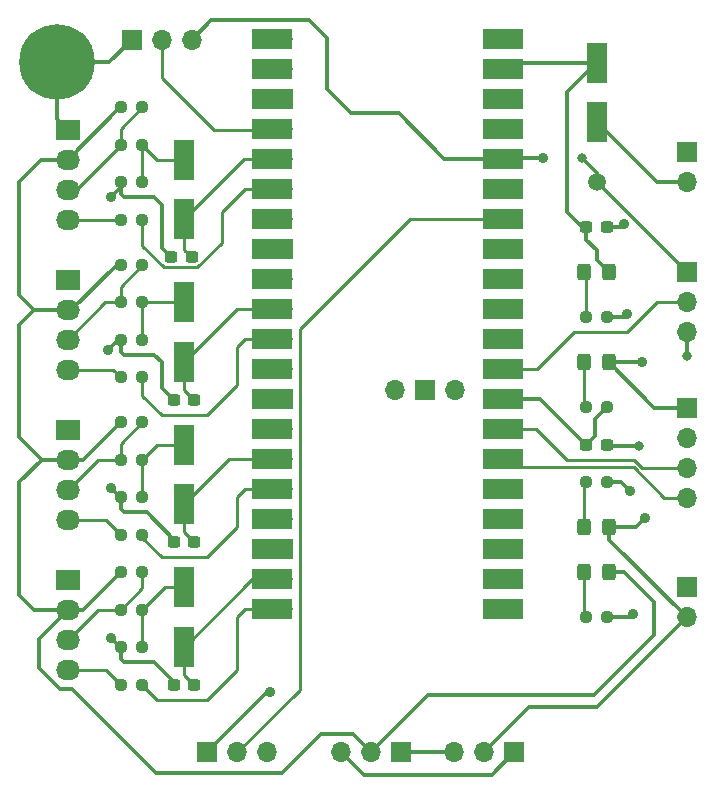
<source format=gtl>
%TF.GenerationSoftware,KiCad,Pcbnew,(6.0.8)*%
%TF.CreationDate,2022-10-30T19:36:15+01:00*%
%TF.ProjectId,fan.picow,66616e2e-7069-4636-9f77-2e6b69636164,rev?*%
%TF.SameCoordinates,Original*%
%TF.FileFunction,Copper,L1,Top*%
%TF.FilePolarity,Positive*%
%FSLAX46Y46*%
G04 Gerber Fmt 4.6, Leading zero omitted, Abs format (unit mm)*
G04 Created by KiCad (PCBNEW (6.0.8)) date 2022-10-30 19:36:15*
%MOMM*%
%LPD*%
G01*
G04 APERTURE LIST*
G04 Aperture macros list*
%AMRoundRect*
0 Rectangle with rounded corners*
0 $1 Rounding radius*
0 $2 $3 $4 $5 $6 $7 $8 $9 X,Y pos of 4 corners*
0 Add a 4 corners polygon primitive as box body*
4,1,4,$2,$3,$4,$5,$6,$7,$8,$9,$2,$3,0*
0 Add four circle primitives for the rounded corners*
1,1,$1+$1,$2,$3*
1,1,$1+$1,$4,$5*
1,1,$1+$1,$6,$7*
1,1,$1+$1,$8,$9*
0 Add four rect primitives between the rounded corners*
20,1,$1+$1,$2,$3,$4,$5,0*
20,1,$1+$1,$4,$5,$6,$7,0*
20,1,$1+$1,$6,$7,$8,$9,0*
20,1,$1+$1,$8,$9,$2,$3,0*%
G04 Aperture macros list end*
%TA.AperFunction,SMDPad,CuDef*%
%ADD10RoundRect,0.250000X-0.325000X-0.450000X0.325000X-0.450000X0.325000X0.450000X-0.325000X0.450000X0*%
%TD*%
%TA.AperFunction,SMDPad,CuDef*%
%ADD11R,1.800000X3.500000*%
%TD*%
%TA.AperFunction,SMDPad,CuDef*%
%ADD12RoundRect,0.237500X-0.250000X-0.237500X0.250000X-0.237500X0.250000X0.237500X-0.250000X0.237500X0*%
%TD*%
%TA.AperFunction,ComponentPad*%
%ADD13R,2.030000X1.730000*%
%TD*%
%TA.AperFunction,ComponentPad*%
%ADD14O,2.030000X1.730000*%
%TD*%
%TA.AperFunction,ComponentPad*%
%ADD15R,1.700000X1.700000*%
%TD*%
%TA.AperFunction,ComponentPad*%
%ADD16O,1.700000X1.700000*%
%TD*%
%TA.AperFunction,SMDPad,CuDef*%
%ADD17C,1.500000*%
%TD*%
%TA.AperFunction,SMDPad,CuDef*%
%ADD18RoundRect,0.237500X0.300000X0.237500X-0.300000X0.237500X-0.300000X-0.237500X0.300000X-0.237500X0*%
%TD*%
%TA.AperFunction,SMDPad,CuDef*%
%ADD19RoundRect,0.237500X0.250000X0.237500X-0.250000X0.237500X-0.250000X-0.237500X0.250000X-0.237500X0*%
%TD*%
%TA.AperFunction,SMDPad,CuDef*%
%ADD20RoundRect,0.237500X-0.300000X-0.237500X0.300000X-0.237500X0.300000X0.237500X-0.300000X0.237500X0*%
%TD*%
%TA.AperFunction,ComponentPad*%
%ADD21C,6.400000*%
%TD*%
%TA.AperFunction,ComponentPad*%
%ADD22C,0.800000*%
%TD*%
%TA.AperFunction,SMDPad,CuDef*%
%ADD23R,3.500000X1.700000*%
%TD*%
%TA.AperFunction,ViaPad*%
%ADD24C,0.900000*%
%TD*%
%TA.AperFunction,ViaPad*%
%ADD25C,0.800000*%
%TD*%
%TA.AperFunction,Conductor*%
%ADD26C,0.250000*%
%TD*%
%TA.AperFunction,Conductor*%
%ADD27C,0.350000*%
%TD*%
G04 APERTURE END LIST*
D10*
%TO.P,D7,1,K*%
%TO.N,Net-(D7-Pad1)*%
X164075000Y-71120000D03*
%TO.P,D7,2,A*%
%TO.N,/3V3*%
X166125000Y-71120000D03*
%TD*%
D11*
%TO.P,D3,1,K*%
%TO.N,Net-(D3-Pad1)*%
X130175000Y-78145000D03*
%TO.P,D3,2,A*%
%TO.N,/TACHM2*%
X130175000Y-83145000D03*
%TD*%
D12*
%TO.P,R3,1*%
%TO.N,/TACH1*%
X124817500Y-92075000D03*
%TO.P,R3,2*%
%TO.N,Net-(D2-Pad1)*%
X126642500Y-92075000D03*
%TD*%
D13*
%TO.P,J5,1,Pin_1*%
%TO.N,GND*%
X120315000Y-64145000D03*
D14*
%TO.P,J5,2,Pin_2*%
%TO.N,/12VFAN*%
X120315000Y-66685000D03*
%TO.P,J5,3,Pin_3*%
%TO.N,/TACH3*%
X120315000Y-69225000D03*
%TO.P,J5,4,Pin_4*%
%TO.N,/PWMO3*%
X120315000Y-71765000D03*
%TD*%
D10*
%TO.P,D8,1,K*%
%TO.N,Net-(D8-Pad1)*%
X164075000Y-63500000D03*
%TO.P,D8,2,A*%
%TO.N,/VSYS*%
X166125000Y-63500000D03*
%TD*%
D11*
%TO.P,D6,1,K*%
%TO.N,Net-(D6-Pad1)*%
X130175000Y-53975000D03*
%TO.P,D6,2,A*%
%TO.N,/TACHM4*%
X130175000Y-58975000D03*
%TD*%
D15*
%TO.P,JP1,1,A*%
%TO.N,/conectores/NCLOSED*%
X158115000Y-104140000D03*
D16*
%TO.P,JP1,2,C*%
%TO.N,/12V*%
X155575000Y-104140000D03*
%TO.P,JP1,3,B*%
%TO.N,/conectores/NOPEN*%
X153035000Y-104140000D03*
%TD*%
D12*
%TO.P,R12,1*%
%TO.N,/12VFAN*%
X124817500Y-49530000D03*
%TO.P,R12,2*%
%TO.N,/TACH4*%
X126642500Y-49530000D03*
%TD*%
D10*
%TO.P,D4,1,K*%
%TO.N,Net-(D4-Pad1)*%
X164075000Y-85090000D03*
%TO.P,D4,2,A*%
%TO.N,/12V*%
X166125000Y-85090000D03*
%TD*%
D17*
%TO.P,TP2,1,1*%
%TO.N,/3V3*%
X165100000Y-55880000D03*
%TD*%
D12*
%TO.P,R19,1*%
%TO.N,/PWMO2*%
X124817500Y-85725000D03*
%TO.P,R19,2*%
%TO.N,/PWM2*%
X126642500Y-85725000D03*
%TD*%
D18*
%TO.P,C3,1*%
%TO.N,/TACHM2*%
X131037500Y-86360000D03*
%TO.P,C3,2*%
%TO.N,GND*%
X129312500Y-86360000D03*
%TD*%
D19*
%TO.P,R20,1*%
%TO.N,/PWM1*%
X126642500Y-98425000D03*
%TO.P,R20,2*%
%TO.N,/PWMO1*%
X124817500Y-98425000D03*
%TD*%
D13*
%TO.P,J4,1,Pin_1*%
%TO.N,GND*%
X120315000Y-51445000D03*
D14*
%TO.P,J4,2,Pin_2*%
%TO.N,/12VFAN*%
X120315000Y-53985000D03*
%TO.P,J4,3,Pin_3*%
%TO.N,/TACH4*%
X120315000Y-56525000D03*
%TO.P,J4,4,Pin_4*%
%TO.N,/PWMO4*%
X120315000Y-59065000D03*
%TD*%
D19*
%TO.P,R11,1*%
%TO.N,Net-(D5-Pad1)*%
X126642500Y-69215000D03*
%TO.P,R11,2*%
%TO.N,GND*%
X124817500Y-69215000D03*
%TD*%
D12*
%TO.P,R13,1*%
%TO.N,/TACH4*%
X124817500Y-52705000D03*
%TO.P,R13,2*%
%TO.N,Net-(D6-Pad1)*%
X126642500Y-52705000D03*
%TD*%
D18*
%TO.P,C2,1*%
%TO.N,/12V*%
X165962500Y-78105000D03*
%TO.P,C2,2*%
%TO.N,GND*%
X164237500Y-78105000D03*
%TD*%
D12*
%TO.P,R2,1*%
%TO.N,/12VFAN*%
X124817500Y-88900000D03*
%TO.P,R2,2*%
%TO.N,/TACH1*%
X126642500Y-88900000D03*
%TD*%
D11*
%TO.P,D2,1,K*%
%TO.N,Net-(D2-Pad1)*%
X130175000Y-90170000D03*
%TO.P,D2,2,A*%
%TO.N,/TACHM1*%
X130175000Y-95170000D03*
%TD*%
D15*
%TO.P,J8,1,Pin_1*%
%TO.N,/3V3*%
X132095000Y-104140000D03*
D16*
%TO.P,J8,2,Pin_2*%
%TO.N,/RELC*%
X134635000Y-104140000D03*
%TO.P,J8,3,Pin_3*%
%TO.N,GND*%
X137175000Y-104140000D03*
%TD*%
D19*
%TO.P,R4,1*%
%TO.N,Net-(D2-Pad1)*%
X126642500Y-95250000D03*
%TO.P,R4,2*%
%TO.N,GND*%
X124817500Y-95250000D03*
%TD*%
D15*
%TO.P,J11,1,Pin_1*%
%TO.N,GND*%
X172720000Y-90170000D03*
D16*
%TO.P,J11,2,Pin_2*%
%TO.N,/12V*%
X172720000Y-92710000D03*
%TD*%
D12*
%TO.P,R8,1*%
%TO.N,Net-(D4-Pad1)*%
X164187500Y-81280000D03*
%TO.P,R8,2*%
%TO.N,GND*%
X166012500Y-81280000D03*
%TD*%
D11*
%TO.P,D9,1,K*%
%TO.N,/VSYS*%
X165100000Y-45760000D03*
%TO.P,D9,2,A*%
%TO.N,/5V*%
X165100000Y-50760000D03*
%TD*%
D12*
%TO.P,R10,1*%
%TO.N,/TACH3*%
X124817500Y-66040000D03*
%TO.P,R10,2*%
%TO.N,Net-(D5-Pad1)*%
X126642500Y-66040000D03*
%TD*%
D15*
%TO.P,J9,1,Pin_1*%
%TO.N,/conectores/NOPEN*%
X148575000Y-104140000D03*
D16*
%TO.P,J9,2,Pin_2*%
%TO.N,/12VFAN*%
X146035000Y-104140000D03*
%TO.P,J9,3,Pin_3*%
%TO.N,/conectores/NCLOSED*%
X143495000Y-104140000D03*
%TD*%
D15*
%TO.P,J7,1,Pin_1*%
%TO.N,/3V3*%
X172720000Y-74940000D03*
D16*
%TO.P,J7,2,Pin_2*%
%TO.N,GND*%
X172720000Y-77480000D03*
%TO.P,J7,3,Pin_3*%
%TO.N,/SCL*%
X172720000Y-80020000D03*
%TO.P,J7,4,Pin_4*%
%TO.N,/SDA*%
X172720000Y-82560000D03*
%TD*%
D15*
%TO.P,J6,1,Pin_1*%
%TO.N,GND*%
X125745000Y-43815000D03*
D16*
%TO.P,J6,2,Pin_2*%
%TO.N,/BUZZ*%
X128285000Y-43815000D03*
%TO.P,J6,3,Pin_3*%
%TO.N,/3V3*%
X130825000Y-43815000D03*
%TD*%
D20*
%TO.P,C6,1*%
%TO.N,/VSYS*%
X164237500Y-59690000D03*
%TO.P,C6,2*%
%TO.N,GND*%
X165962500Y-59690000D03*
%TD*%
D13*
%TO.P,J3,1,Pin_1*%
%TO.N,GND*%
X120315000Y-76835000D03*
D14*
%TO.P,J3,2,Pin_2*%
%TO.N,/12VFAN*%
X120315000Y-79375000D03*
%TO.P,J3,3,Pin_3*%
%TO.N,/TACH2*%
X120315000Y-81915000D03*
%TO.P,J3,4,Pin_4*%
%TO.N,/PWMO2*%
X120315000Y-84455000D03*
%TD*%
D18*
%TO.P,C5,1*%
%TO.N,/TACHM4*%
X130810000Y-62230000D03*
%TO.P,C5,2*%
%TO.N,GND*%
X129085000Y-62230000D03*
%TD*%
D21*
%TO.P,H4,1,1*%
%TO.N,GND*%
X119380000Y-45720000D03*
D22*
X121780000Y-45720000D03*
X121077056Y-47417056D03*
X117682944Y-44022944D03*
X116980000Y-45720000D03*
X121077056Y-44022944D03*
X119380000Y-48120000D03*
X119380000Y-43320000D03*
X117682944Y-47417056D03*
%TD*%
D12*
%TO.P,R1,1*%
%TO.N,Net-(D1-Pad1)*%
X164187500Y-92710000D03*
%TO.P,R1,2*%
%TO.N,GND*%
X166012500Y-92710000D03*
%TD*%
D19*
%TO.P,R14,1*%
%TO.N,Net-(D6-Pad1)*%
X126642500Y-55880000D03*
%TO.P,R14,2*%
%TO.N,GND*%
X124817500Y-55880000D03*
%TD*%
D12*
%TO.P,R15,1*%
%TO.N,Net-(D7-Pad1)*%
X164187500Y-74930000D03*
%TO.P,R15,2*%
%TO.N,GND*%
X166012500Y-74930000D03*
%TD*%
D11*
%TO.P,D5,1,K*%
%TO.N,Net-(D5-Pad1)*%
X130175000Y-66040000D03*
%TO.P,D5,2,A*%
%TO.N,/TACHM3*%
X130175000Y-71040000D03*
%TD*%
D12*
%TO.P,R17,1*%
%TO.N,/PWMO4*%
X124817500Y-59055000D03*
%TO.P,R17,2*%
%TO.N,/PWM4*%
X126642500Y-59055000D03*
%TD*%
%TO.P,R9,1*%
%TO.N,/12VFAN*%
X124817500Y-62865000D03*
%TO.P,R9,2*%
%TO.N,/TACH3*%
X126642500Y-62865000D03*
%TD*%
D10*
%TO.P,D1,1,K*%
%TO.N,Net-(D1-Pad1)*%
X164075000Y-88900000D03*
%TO.P,D1,2,A*%
%TO.N,/12VFAN*%
X166125000Y-88900000D03*
%TD*%
D12*
%TO.P,R18,1*%
%TO.N,/PWMO3*%
X124817500Y-72390000D03*
%TO.P,R18,2*%
%TO.N,/PWM3*%
X126642500Y-72390000D03*
%TD*%
%TO.P,R6,1*%
%TO.N,/TACH2*%
X124817500Y-79375000D03*
%TO.P,R6,2*%
%TO.N,Net-(D3-Pad1)*%
X126642500Y-79375000D03*
%TD*%
D15*
%TO.P,J10,1,Pin_1*%
%TO.N,GND*%
X172720000Y-53340000D03*
D16*
%TO.P,J10,2,Pin_2*%
%TO.N,/5V*%
X172720000Y-55880000D03*
%TD*%
D12*
%TO.P,R5,1*%
%TO.N,/12VFAN*%
X124817500Y-76200000D03*
%TO.P,R5,2*%
%TO.N,/TACH2*%
X126642500Y-76200000D03*
%TD*%
D23*
%TO.P,U1,1,GPIO0*%
%TO.N,unconnected-(U1-Pad1)*%
X137631600Y-43738800D03*
D16*
X138531600Y-43738800D03*
D23*
%TO.P,U1,2,GPIO1*%
%TO.N,unconnected-(U1-Pad2)*%
X137631600Y-46278800D03*
D16*
X138531600Y-46278800D03*
D15*
%TO.P,U1,3,GND*%
%TO.N,GND*%
X138531600Y-48818800D03*
D23*
X137631600Y-48818800D03*
%TO.P,U1,4,GPIO2*%
%TO.N,/BUZZ*%
X137631600Y-51358800D03*
D16*
X138531600Y-51358800D03*
D23*
%TO.P,U1,5,GPIO3*%
%TO.N,/TACHM4*%
X137631600Y-53898800D03*
D16*
X138531600Y-53898800D03*
%TO.P,U1,6,GPIO4*%
%TO.N,/PWM4*%
X138531600Y-56438800D03*
D23*
X137631600Y-56438800D03*
%TO.P,U1,7,GPIO5*%
%TO.N,unconnected-(U1-Pad7)*%
X137631600Y-58978800D03*
D16*
X138531600Y-58978800D03*
D15*
%TO.P,U1,8,GND*%
%TO.N,GND*%
X138531600Y-61518800D03*
D23*
X137631600Y-61518800D03*
D16*
%TO.P,U1,9,GPIO6*%
%TO.N,unconnected-(U1-Pad9)*%
X138531600Y-64058800D03*
D23*
X137631600Y-64058800D03*
%TO.P,U1,10,GPIO7*%
%TO.N,/TACHM3*%
X137631600Y-66598800D03*
D16*
X138531600Y-66598800D03*
%TO.P,U1,11,GPIO8*%
%TO.N,/PWM3*%
X138531600Y-69138800D03*
D23*
X137631600Y-69138800D03*
D16*
%TO.P,U1,12,GPIO9*%
%TO.N,unconnected-(U1-Pad12)*%
X138531600Y-71678800D03*
D23*
X137631600Y-71678800D03*
%TO.P,U1,13,GND*%
%TO.N,GND*%
X137631600Y-74218800D03*
D15*
X138531600Y-74218800D03*
D23*
%TO.P,U1,14,GPIO10*%
%TO.N,unconnected-(U1-Pad14)*%
X137631600Y-76758800D03*
D16*
X138531600Y-76758800D03*
%TO.P,U1,15,GPIO11*%
%TO.N,/TACHM2*%
X138531600Y-79298800D03*
D23*
X137631600Y-79298800D03*
%TO.P,U1,16,GPIO12*%
%TO.N,/PWM2*%
X137631600Y-81838800D03*
D16*
X138531600Y-81838800D03*
D23*
%TO.P,U1,17,GPIO13*%
%TO.N,unconnected-(U1-Pad17)*%
X137631600Y-84378800D03*
D16*
X138531600Y-84378800D03*
D23*
%TO.P,U1,18,GND*%
%TO.N,GND*%
X137631600Y-86918800D03*
D15*
X138531600Y-86918800D03*
D16*
%TO.P,U1,19,GPIO14*%
%TO.N,/TACHM1*%
X138531600Y-89458800D03*
D23*
X137631600Y-89458800D03*
D16*
%TO.P,U1,20,GPIO15*%
%TO.N,/PWM1*%
X138531600Y-91998800D03*
D23*
X137631600Y-91998800D03*
%TO.P,U1,21,GPIO16*%
%TO.N,unconnected-(U1-Pad21)*%
X157211600Y-91998800D03*
D16*
X156311600Y-91998800D03*
%TO.P,U1,22,GPIO17*%
%TO.N,unconnected-(U1-Pad22)*%
X156311600Y-89458800D03*
D23*
X157211600Y-89458800D03*
D15*
%TO.P,U1,23,GND*%
%TO.N,GND*%
X156311600Y-86918800D03*
D23*
X157211600Y-86918800D03*
D16*
%TO.P,U1,24,GPIO18*%
%TO.N,unconnected-(U1-Pad24)*%
X156311600Y-84378800D03*
D23*
X157211600Y-84378800D03*
%TO.P,U1,25,GPIO19*%
%TO.N,unconnected-(U1-Pad25)*%
X157211600Y-81838800D03*
D16*
X156311600Y-81838800D03*
%TO.P,U1,26,GPIO20*%
%TO.N,/SDA*%
X156311600Y-79298800D03*
D23*
X157211600Y-79298800D03*
D16*
%TO.P,U1,27,GPIO21*%
%TO.N,/SCL*%
X156311600Y-76758800D03*
D23*
X157211600Y-76758800D03*
D15*
%TO.P,U1,28,GND*%
%TO.N,GND*%
X156311600Y-74218800D03*
D23*
X157211600Y-74218800D03*
D16*
%TO.P,U1,29,GPIO22*%
%TO.N,/TEMPHUM*%
X156311600Y-71678800D03*
D23*
X157211600Y-71678800D03*
%TO.P,U1,30,RUN*%
%TO.N,unconnected-(U1-Pad30)*%
X157211600Y-69138800D03*
D16*
X156311600Y-69138800D03*
D23*
%TO.P,U1,31,GPIO26_ADC0*%
%TO.N,unconnected-(U1-Pad31)*%
X157211600Y-66598800D03*
D16*
X156311600Y-66598800D03*
D23*
%TO.P,U1,32,GPIO27_ADC1*%
%TO.N,unconnected-(U1-Pad32)*%
X157211600Y-64058800D03*
D16*
X156311600Y-64058800D03*
D15*
%TO.P,U1,33,AGND*%
%TO.N,unconnected-(U1-Pad33)*%
X156311600Y-61518800D03*
D23*
X157211600Y-61518800D03*
D16*
%TO.P,U1,34,GPIO28_ADC2*%
%TO.N,/RELC*%
X156311600Y-58978800D03*
D23*
X157211600Y-58978800D03*
%TO.P,U1,35,ADC_VREF*%
%TO.N,unconnected-(U1-Pad35)*%
X157211600Y-56438800D03*
D16*
X156311600Y-56438800D03*
D23*
%TO.P,U1,36,3V3*%
%TO.N,/3V3*%
X157211600Y-53898800D03*
D16*
X156311600Y-53898800D03*
D23*
%TO.P,U1,37,3V3_EN*%
%TO.N,unconnected-(U1-Pad37)*%
X157211600Y-51358800D03*
D16*
X156311600Y-51358800D03*
D15*
%TO.P,U1,38,GND*%
%TO.N,GND*%
X156311600Y-48818800D03*
D23*
X157211600Y-48818800D03*
%TO.P,U1,39,VSYS*%
%TO.N,/VSYS*%
X157211600Y-46278800D03*
D16*
X156311600Y-46278800D03*
%TO.P,U1,40,VBUS*%
%TO.N,unconnected-(U1-Pad40)*%
X156311600Y-43738800D03*
D23*
X157211600Y-43738800D03*
D16*
%TO.P,U1,41,SWCLK*%
%TO.N,unconnected-(U1-Pad41)*%
X148005700Y-73468800D03*
D15*
%TO.P,U1,42,GND*%
%TO.N,unconnected-(U1-Pad42)*%
X150545700Y-73468800D03*
D16*
%TO.P,U1,43,SWDIO*%
%TO.N,unconnected-(U1-Pad43)*%
X153085700Y-73468800D03*
%TD*%
D15*
%TO.P,J12,1,Pin_1*%
%TO.N,/3V3*%
X172720000Y-63500000D03*
D16*
%TO.P,J12,2,Pin_2*%
%TO.N,/TEMPHUM*%
X172720000Y-66040000D03*
%TO.P,J12,3,Pin_3*%
%TO.N,GND*%
X172720000Y-68580000D03*
%TD*%
D19*
%TO.P,R7,1*%
%TO.N,Net-(D3-Pad1)*%
X126642500Y-82550000D03*
%TO.P,R7,2*%
%TO.N,GND*%
X124817500Y-82550000D03*
%TD*%
D18*
%TO.P,C1,1*%
%TO.N,/TACHM1*%
X131037500Y-98425000D03*
%TO.P,C1,2*%
%TO.N,GND*%
X129312500Y-98425000D03*
%TD*%
D13*
%TO.P,J2,1,Pin_1*%
%TO.N,GND*%
X120315000Y-89545000D03*
D14*
%TO.P,J2,2,Pin_2*%
%TO.N,/12VFAN*%
X120315000Y-92085000D03*
%TO.P,J2,3,Pin_3*%
%TO.N,/TACH1*%
X120315000Y-94625000D03*
%TO.P,J2,4,Pin_4*%
%TO.N,/PWMO1*%
X120315000Y-97165000D03*
%TD*%
D18*
%TO.P,C4,1*%
%TO.N,/TACHM3*%
X131037500Y-74295000D03*
%TO.P,C4,2*%
%TO.N,GND*%
X129312500Y-74295000D03*
%TD*%
D12*
%TO.P,R16,1*%
%TO.N,Net-(D8-Pad1)*%
X164187500Y-67310000D03*
%TO.P,R16,2*%
%TO.N,GND*%
X166012500Y-67310000D03*
%TD*%
D24*
%TO.N,GND*%
X123952000Y-81788000D03*
D25*
X172720000Y-70612000D03*
D24*
X167894000Y-82042000D03*
X167640000Y-67056000D03*
X168148000Y-92456000D03*
X123952000Y-94488000D03*
X123698000Y-70104000D03*
X123952000Y-57150000D03*
X167386000Y-59436000D03*
%TO.N,/12V*%
X169164000Y-84328000D03*
D25*
X168656000Y-78232000D03*
D24*
%TO.N,/3V3*%
X160528000Y-53848000D03*
X168910000Y-71120000D03*
X137414000Y-99060000D03*
D25*
X163830000Y-53848000D03*
%TD*%
D26*
%TO.N,/TACHM1*%
X130175000Y-97562500D02*
X130175000Y-95170000D01*
X131037500Y-98425000D02*
X130175000Y-97562500D01*
X130255000Y-95170000D02*
X135966200Y-89458800D01*
X130175000Y-95170000D02*
X130255000Y-95170000D01*
X135966200Y-89458800D02*
X138531600Y-89458800D01*
D27*
%TO.N,GND*%
X124817500Y-55880000D02*
X124817500Y-56284500D01*
X167894000Y-92710000D02*
X168148000Y-92456000D01*
X124817500Y-96242500D02*
X124817500Y-95250000D01*
X124714000Y-82550000D02*
X123952000Y-81788000D01*
X124817500Y-70207500D02*
X124817500Y-69215000D01*
X119380000Y-50510000D02*
X120315000Y-51445000D01*
X125095000Y-96520000D02*
X124817500Y-96242500D01*
X167132000Y-81280000D02*
X167894000Y-82042000D01*
X127635000Y-70485000D02*
X125095000Y-70485000D01*
X165962500Y-59690000D02*
X167132000Y-59690000D01*
X124817500Y-95250000D02*
X124714000Y-95250000D01*
X129312500Y-98197500D02*
X127635000Y-96520000D01*
X164237500Y-78105000D02*
X160351300Y-74218800D01*
X124817500Y-82550000D02*
X124714000Y-82550000D01*
X124817500Y-56872500D02*
X124817500Y-55880000D01*
X129312500Y-98425000D02*
X129312500Y-98197500D01*
X128270000Y-73252500D02*
X128270000Y-71120000D01*
X129312500Y-86360000D02*
X129312500Y-86132500D01*
X129312500Y-74295000D02*
X128270000Y-73252500D01*
X128270000Y-57785000D02*
X127635000Y-57150000D01*
X167132000Y-59690000D02*
X167386000Y-59436000D01*
X167386000Y-67310000D02*
X167640000Y-67056000D01*
X165000000Y-77342500D02*
X164237500Y-78105000D01*
X172720000Y-68580000D02*
X172720000Y-70612000D01*
X128296500Y-61441500D02*
X128270000Y-61415000D01*
X125095000Y-83820000D02*
X124817500Y-83542500D01*
X166012500Y-74930000D02*
X165000000Y-75942500D01*
X124587000Y-69215000D02*
X123698000Y-70104000D01*
X121780000Y-45720000D02*
X123840000Y-45720000D01*
X128270000Y-61415000D02*
X128270000Y-57785000D01*
X166012500Y-67310000D02*
X167386000Y-67310000D01*
X127635000Y-57150000D02*
X125095000Y-57150000D01*
X128270000Y-71120000D02*
X127635000Y-70485000D01*
X124817500Y-83542500D02*
X124817500Y-82550000D01*
X127000000Y-83820000D02*
X125095000Y-83820000D01*
X124714000Y-95250000D02*
X123952000Y-94488000D01*
X119380000Y-48120000D02*
X119380000Y-50510000D01*
X124817500Y-56284500D02*
X123952000Y-57150000D01*
X127635000Y-96520000D02*
X125095000Y-96520000D01*
X129085000Y-62230000D02*
X128296500Y-61441500D01*
X125095000Y-70485000D02*
X124817500Y-70207500D01*
X123840000Y-45720000D02*
X125745000Y-43815000D01*
X125095000Y-57150000D02*
X124817500Y-56872500D01*
X166012500Y-81280000D02*
X167132000Y-81280000D01*
X165000000Y-75942500D02*
X165000000Y-77342500D01*
X129312500Y-86132500D02*
X127000000Y-83820000D01*
X166012500Y-92710000D02*
X167894000Y-92710000D01*
X124817500Y-69215000D02*
X124587000Y-69215000D01*
X160351300Y-74218800D02*
X156311600Y-74218800D01*
%TO.N,/12V*%
X159385000Y-100330000D02*
X165100000Y-100330000D01*
X166125000Y-86115000D02*
X166125000Y-85090000D01*
X168656000Y-78232000D02*
X166089500Y-78232000D01*
X155575000Y-104140000D02*
X159385000Y-100330000D01*
X168402000Y-85090000D02*
X169164000Y-84328000D01*
X166089500Y-78232000D02*
X165962500Y-78105000D01*
X166125000Y-85090000D02*
X168402000Y-85090000D01*
X165100000Y-100330000D02*
X172720000Y-92710000D01*
X172720000Y-92710000D02*
X166125000Y-86115000D01*
D26*
%TO.N,/TACHM2*%
X134021200Y-79298800D02*
X138531600Y-79298800D01*
X130175000Y-83145000D02*
X134021200Y-79298800D01*
X130175000Y-85497500D02*
X130175000Y-83145000D01*
X131037500Y-86360000D02*
X130175000Y-85497500D01*
%TO.N,/TACHM3*%
X131037500Y-74295000D02*
X130175000Y-73432500D01*
X134616200Y-66598800D02*
X138531600Y-66598800D01*
X130175000Y-71040000D02*
X134616200Y-66598800D01*
X130175000Y-73432500D02*
X130175000Y-71040000D01*
%TO.N,/TACHM4*%
X130810000Y-62230000D02*
X130175000Y-61595000D01*
X130175000Y-58975000D02*
X135251200Y-53898800D01*
X135251200Y-53898800D02*
X138531600Y-53898800D01*
X130175000Y-61595000D02*
X130175000Y-58975000D01*
D27*
%TO.N,/VSYS*%
X165100000Y-61595000D02*
X164237500Y-60732500D01*
X166125000Y-63500000D02*
X165100000Y-62475000D01*
X165100000Y-45760000D02*
X156830400Y-45760000D01*
X164237500Y-60732500D02*
X164237500Y-59690000D01*
X162560000Y-48260000D02*
X162560000Y-58420000D01*
X163830000Y-59690000D02*
X164237500Y-59690000D01*
X162560000Y-58420000D02*
X163830000Y-59690000D01*
X165100000Y-62475000D02*
X165100000Y-61595000D01*
X156830400Y-45760000D02*
X156311600Y-46278800D01*
X165060000Y-45760000D02*
X162560000Y-48260000D01*
X165100000Y-45760000D02*
X165060000Y-45760000D01*
D26*
%TO.N,Net-(D1-Pad1)*%
X164075000Y-88900000D02*
X164075000Y-92597500D01*
X164075000Y-92597500D02*
X164187500Y-92710000D01*
D27*
%TO.N,/12VFAN*%
X169926000Y-91440000D02*
X167386000Y-88900000D01*
X120315000Y-92085000D02*
X117485000Y-92085000D01*
X146035000Y-104140000D02*
X150861000Y-99314000D01*
X120315000Y-66685000D02*
X120640000Y-66685000D01*
X141732000Y-102616000D02*
X138430000Y-105918000D01*
X116205000Y-90805000D02*
X116205000Y-81280000D01*
X138430000Y-105918000D02*
X127762000Y-105918000D01*
X120315000Y-66685000D02*
X117465000Y-66685000D01*
X167386000Y-88900000D02*
X166125000Y-88900000D01*
X116205000Y-77470000D02*
X116205000Y-67945000D01*
X121632500Y-92085000D02*
X124817500Y-88900000D01*
X120640000Y-66685000D02*
X124460000Y-62865000D01*
X116205000Y-65425000D02*
X116205000Y-55880000D01*
X150861000Y-99314000D02*
X164846000Y-99314000D01*
X116205000Y-77470000D02*
X118110000Y-79375000D01*
X120315000Y-92085000D02*
X121632500Y-92085000D01*
X117856000Y-97028000D02*
X117856000Y-94544000D01*
X146035000Y-104140000D02*
X144511000Y-102616000D01*
X118110000Y-79375000D02*
X116205000Y-81280000D01*
X119634000Y-98806000D02*
X117856000Y-97028000D01*
X116205000Y-67945000D02*
X117465000Y-66685000D01*
X124460000Y-62865000D02*
X124817500Y-62865000D01*
X117465000Y-66685000D02*
X116205000Y-65425000D01*
X169926000Y-94234000D02*
X169926000Y-91440000D01*
X121642500Y-79375000D02*
X124817500Y-76200000D01*
X117856000Y-94544000D02*
X120315000Y-92085000D01*
X120650000Y-98806000D02*
X119634000Y-98806000D01*
X124770000Y-49530000D02*
X124817500Y-49530000D01*
X120315000Y-79375000D02*
X118110000Y-79375000D01*
X116205000Y-55880000D02*
X118100000Y-53985000D01*
X164846000Y-99314000D02*
X169926000Y-94234000D01*
X144511000Y-102616000D02*
X141732000Y-102616000D01*
X118100000Y-53985000D02*
X120315000Y-53985000D01*
X117485000Y-92085000D02*
X116205000Y-90805000D01*
X120315000Y-79375000D02*
X121642500Y-79375000D01*
X120315000Y-53985000D02*
X124770000Y-49530000D01*
X127762000Y-105918000D02*
X120650000Y-98806000D01*
D26*
%TO.N,Net-(D2-Pad1)*%
X128547500Y-90170000D02*
X130175000Y-90170000D01*
X126642500Y-95250000D02*
X126642500Y-92075000D01*
X126642500Y-92075000D02*
X128547500Y-90170000D01*
%TO.N,Net-(D3-Pad1)*%
X127872500Y-78145000D02*
X130175000Y-78145000D01*
X126642500Y-82550000D02*
X126642500Y-79375000D01*
X126642500Y-79375000D02*
X127872500Y-78145000D01*
%TO.N,Net-(D4-Pad1)*%
X164075000Y-81392500D02*
X164187500Y-81280000D01*
X164075000Y-85090000D02*
X164075000Y-81392500D01*
%TO.N,Net-(D5-Pad1)*%
X126642500Y-66040000D02*
X130175000Y-66040000D01*
X126642500Y-69215000D02*
X126642500Y-66040000D01*
%TO.N,Net-(D6-Pad1)*%
X127912500Y-53975000D02*
X130175000Y-53975000D01*
X126642500Y-52705000D02*
X127912500Y-53975000D01*
X126642500Y-55880000D02*
X126642500Y-52705000D01*
%TO.N,Net-(D7-Pad1)*%
X164075000Y-74817500D02*
X164187500Y-74930000D01*
X164075000Y-71120000D02*
X164075000Y-74817500D01*
D27*
%TO.N,/3V3*%
X137175000Y-99060000D02*
X132095000Y-104140000D01*
X160528000Y-53848000D02*
X156362400Y-53848000D01*
X142240000Y-43688000D02*
X142240000Y-48006000D01*
X156362400Y-53848000D02*
X156311600Y-53898800D01*
X137414000Y-99060000D02*
X137175000Y-99060000D01*
X148336000Y-50038000D02*
X152196800Y-53898800D01*
X142240000Y-48006000D02*
X144272000Y-50038000D01*
X165100000Y-55118000D02*
X163830000Y-53848000D01*
X140716000Y-42164000D02*
X142240000Y-43688000D01*
X169945000Y-74940000D02*
X172720000Y-74940000D01*
X152196800Y-53898800D02*
X156311600Y-53898800D01*
X144272000Y-50038000D02*
X148336000Y-50038000D01*
X166125000Y-71120000D02*
X168910000Y-71120000D01*
X165100000Y-55880000D02*
X172720000Y-63500000D01*
X132476000Y-42164000D02*
X140716000Y-42164000D01*
X130825000Y-43815000D02*
X132476000Y-42164000D01*
X165100000Y-55880000D02*
X165100000Y-55118000D01*
X166125000Y-71120000D02*
X169945000Y-74940000D01*
D26*
%TO.N,Net-(D8-Pad1)*%
X164187500Y-67310000D02*
X164187500Y-63612500D01*
X164187500Y-63612500D02*
X164075000Y-63500000D01*
D27*
%TO.N,/5V*%
X172720000Y-55880000D02*
X170220000Y-55880000D01*
X170220000Y-55880000D02*
X165100000Y-50760000D01*
D26*
%TO.N,/TACH1*%
X122865000Y-92075000D02*
X124817500Y-92075000D01*
X126642500Y-88900000D02*
X126642500Y-90250000D01*
X120315000Y-94625000D02*
X122865000Y-92075000D01*
X126642500Y-90250000D02*
X124817500Y-92075000D01*
%TO.N,/PWMO1*%
X124817500Y-98425000D02*
X123557500Y-97165000D01*
X123557500Y-97165000D02*
X120315000Y-97165000D01*
%TO.N,/TACH2*%
X122855000Y-79375000D02*
X120315000Y-81915000D01*
X126642500Y-76200000D02*
X124817500Y-78025000D01*
X124817500Y-78025000D02*
X124817500Y-79375000D01*
X124817500Y-79375000D02*
X122855000Y-79375000D01*
%TO.N,/PWMO2*%
X120315000Y-84455000D02*
X123547500Y-84455000D01*
X123547500Y-84455000D02*
X124817500Y-85725000D01*
%TO.N,/TACH4*%
X120997500Y-56525000D02*
X124817500Y-52705000D01*
X124817500Y-51355000D02*
X124817500Y-52705000D01*
X126642500Y-49530000D02*
X124817500Y-51355000D01*
X120315000Y-56525000D02*
X120997500Y-56525000D01*
%TO.N,/PWMO4*%
X120315000Y-59065000D02*
X124807500Y-59065000D01*
X124807500Y-59065000D02*
X124817500Y-59055000D01*
%TO.N,/TACH3*%
X124817500Y-66040000D02*
X124817500Y-64690000D01*
X124817500Y-64690000D02*
X126642500Y-62865000D01*
X123500000Y-66040000D02*
X124817500Y-66040000D01*
X120315000Y-69225000D02*
X123500000Y-66040000D01*
%TO.N,/PWMO3*%
X120315000Y-71765000D02*
X124192500Y-71765000D01*
X124192500Y-71765000D02*
X124817500Y-72390000D01*
%TO.N,/BUZZ*%
X132715000Y-51435000D02*
X138455400Y-51435000D01*
X128285000Y-43815000D02*
X128285000Y-47005000D01*
X138455400Y-51435000D02*
X138531600Y-51358800D01*
X128285000Y-47005000D02*
X132715000Y-51435000D01*
%TO.N,/SCL*%
X162560000Y-79375000D02*
X159943800Y-76758800D01*
X172720000Y-80020000D02*
X168920000Y-80020000D01*
X168275000Y-79375000D02*
X162560000Y-79375000D01*
X159943800Y-76758800D02*
X156311600Y-76758800D01*
X168920000Y-80020000D02*
X168275000Y-79375000D01*
%TO.N,/SDA*%
X172720000Y-82560000D02*
X170823604Y-82560000D01*
X168273604Y-80010000D02*
X157022800Y-80010000D01*
X170823604Y-82560000D02*
X168273604Y-80010000D01*
X157022800Y-80010000D02*
X156311600Y-79298800D01*
%TO.N,/RELC*%
X134635000Y-104140000D02*
X139954000Y-98821000D01*
X149301200Y-58978800D02*
X156311600Y-58978800D01*
X139954000Y-68326000D02*
X149301200Y-58978800D01*
X139954000Y-98821000D02*
X139954000Y-68326000D01*
D27*
%TO.N,/conectores/NOPEN*%
X148575000Y-104140000D02*
X153035000Y-104140000D01*
%TO.N,/conectores/NCLOSED*%
X143495000Y-104140000D02*
X145400000Y-106045000D01*
X145400000Y-106045000D02*
X156210000Y-106045000D01*
X156210000Y-106045000D02*
X158115000Y-104140000D01*
D26*
%TO.N,/TEMPHUM*%
X167640000Y-68580000D02*
X163195000Y-68580000D01*
X170180000Y-66040000D02*
X167640000Y-68580000D01*
X172720000Y-66040000D02*
X170180000Y-66040000D01*
X163195000Y-68580000D02*
X160096200Y-71678800D01*
X160096200Y-71678800D02*
X156311600Y-71678800D01*
%TO.N,/PWM4*%
X131292995Y-63080000D02*
X133350000Y-61022995D01*
X135331200Y-56438800D02*
X138531600Y-56438800D01*
X126642500Y-61237500D02*
X128485000Y-63080000D01*
X128485000Y-63080000D02*
X131292995Y-63080000D01*
X133350000Y-61022995D02*
X133350000Y-58420000D01*
X126642500Y-59055000D02*
X126642500Y-61237500D01*
X133350000Y-58420000D02*
X135331200Y-56438800D01*
%TO.N,/PWM3*%
X126642500Y-72390000D02*
X126642500Y-73937500D01*
X135331200Y-69138800D02*
X138531600Y-69138800D01*
X134620000Y-69850000D02*
X135331200Y-69138800D01*
X134620000Y-73025000D02*
X134620000Y-69850000D01*
X128270000Y-75565000D02*
X132080000Y-75565000D01*
X132080000Y-75565000D02*
X134620000Y-73025000D01*
X126642500Y-73937500D02*
X128270000Y-75565000D01*
%TO.N,/PWM2*%
X138531600Y-81838800D02*
X135331200Y-81838800D01*
X134620000Y-82550000D02*
X135331200Y-81838800D01*
X128270000Y-87630000D02*
X126642500Y-86002500D01*
X134620000Y-85090000D02*
X134620000Y-82550000D01*
X128270000Y-87630000D02*
X132080000Y-87630000D01*
X126642500Y-86002500D02*
X126642500Y-85725000D01*
X132080000Y-87630000D02*
X134620000Y-85090000D01*
%TO.N,/PWM1*%
X126642500Y-98425000D02*
X127912500Y-99695000D01*
X127912500Y-99695000D02*
X132080000Y-99695000D01*
X135331200Y-91998800D02*
X138531600Y-91998800D01*
X134620000Y-92710000D02*
X135331200Y-91998800D01*
X134620000Y-97155000D02*
X134620000Y-92710000D01*
X132080000Y-99695000D02*
X134620000Y-97155000D01*
%TD*%
M02*

</source>
